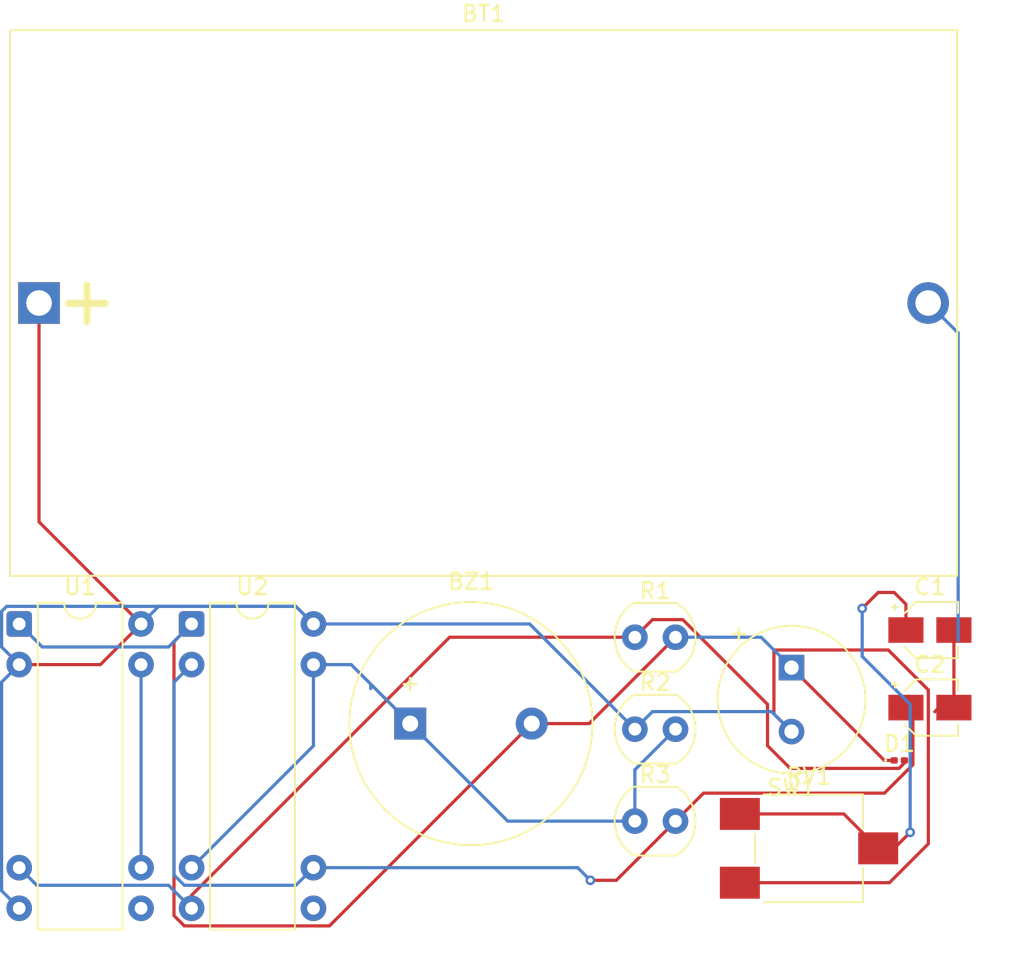
<source format=kicad_pcb>
(kicad_pcb (version 20241229) (generator "pcbnew") (generator_version "9.0")
  (layers (0 "F.Cu" signal) (2 "B.Cu" signal) (13 "F.Paste" user) (15 "B.Paste" user) (5 "F.SilkS" user "F.Silkscreen") (7 "B.SilkS" user "B.Silkscreen") (1 "F.Mask" user) (3 "B.Mask" user) (25 "Edge.Cuts" user))
  (net 0 "")
  (net 1 "GND")
  (net 2 "Net-(BT1-+)")
  (net 3 "Net-(BZ1-+)")
  (net 4 "Net-(U1-DIS)")
  (net 5 "Net-(U2-THR)")
  (net 6 "Net-(D1-A)")
  (footprint "Package_DIP:DIP-8-16_W7.62mm" (layer "F.Cu") (at 132.065 107.97)
    (property "Reference" "U2" (at 3.81 -2.33 0) (layer "F.SilkS"))
    (property "Value" "NE555P")
    (fp_line (start 1.16 -1.33) (end 1.16 19.11) (stroke (width 0.12)) (layer "F.SilkS"))
    (fp_line (start 1.16 19.11) (end 6.46 19.11) (stroke (width 0.12)) (layer "F.SilkS"))
    (fp_line (start 2.81 -1.33) (end 1.16 -1.33) (stroke (width 0.12)) (layer "F.SilkS"))
    (fp_line (start 6.46 -1.33) (end 4.81 -1.33) (stroke (width 0.12)) (layer "F.SilkS"))
    (fp_line (start 6.46 19.11) (end 6.46 -1.33) (stroke (width 0.12)) (layer "F.SilkS"))
    (fp_arc (start 4.81 -1.33) (mid 3.81 -0.33) (end 2.81 -1.33) (stroke (width 0.12)) (layer "F.SilkS"))
    (pad "1" thru_hole roundrect (at 0 0) (size 1.6 1.6) (drill 0.8) (layers "*.Cu" "*.Mask") (roundrect_rratio 0.15625) (net 1 "GND"))
    (pad "2" thru_hole circle (at 0 2.54) (size 1.6 1.6) (drill 0.8) (layers "*.Cu" "*.Mask") (net 5 "Net-(U2-THR)"))
    (pad "3" thru_hole circle (at 0 15.24) (size 1.6 1.6) (drill 0.8) (layers "*.Cu" "*.Mask") (net 3 "Net-(BZ1-+)"))
    (pad "4" thru_hole circle (at 0 17.78) (size 1.6 1.6) (drill 0.8) (layers "*.Cu" "*.Mask") (net 6 "Net-(D1-A)"))
    (pad "5" thru_hole circle (at 7.62 17.78) (size 1.6 1.6) (drill 0.8) (layers "*.Cu" "*.Mask"))
    (pad "6" thru_hole circle (at 7.62 15.24) (size 1.6 1.6) (drill 0.8) (layers "*.Cu" "*.Mask") (net 5 "Net-(U2-THR)"))
    (pad "7" thru_hole circle (at 7.62 2.54) (size 1.6 1.6) (drill 0.8) (layers "*.Cu" "*.Mask") (net 3 "Net-(BZ1-+)"))
    (pad "8" thru_hole circle (at 7.62 0) (size 1.6 1.6) (drill 0.8) (layers "*.Cu" "*.Mask") (net 2 "Net-(BT1-+)"))
  )
  (footprint "OptoDevice:R_LDR_4.9x4.2mm_P2.54mm_Vertical" (layer "F.Cu") (at 159.785 108.8)
    (property "Reference" "R1" (at 1.27 -2.9 0) (layer "F.SilkS"))
    (property "Value" "R_Small")
    (fp_line (start -0.05 -2.15) (end 2.6 -2.15) (stroke (width 0.12)) (layer "F.SilkS"))
    (fp_line (start -0.05 2.15) (end 2.6 2.15) (stroke (width 0.12)) (layer "F.SilkS"))
    (fp_arc (start -0.05 2.15) (mid -1.262424 0.01494) (end -0.075476 -2.134388) (stroke (width 0.12)) (layer "F.SilkS"))
    (fp_arc (start 2.6 -2.15) (mid 3.788646 -0.016616) (end 2.628027 2.132145) (stroke (width 0.12)) (layer "F.SilkS"))
    (pad "1" thru_hole circle (at 0 0) (size 1.6 1.6) (drill 0.8) (layers "*.Cu" "*.Mask") (net 6 "Net-(D1-A)"))
    (pad "2" thru_hole circle (at 2.54 0) (size 1.6 1.6) (drill 0.8) (layers "*.Cu" "*.Mask") (net 1 "GND"))
  )
  (footprint "Battery:BatteryHolder_Bulgin_BX0036_1xC" (layer "F.Cu") (at 122.525 87.9)
    (property "Reference" "BT1" (at 27.8 -18.1 0) (layer "F.SilkS"))
    (property "Value" "Battery")
    (fp_line (start -1.81 -17.06) (end -1.81 17.06) (stroke (width 0.12)) (layer "F.SilkS"))
    (fp_line (start -1.81 -17.06) (end 57.41 -17.06) (stroke (width 0.12)) (layer "F.SilkS"))
    (fp_line (start -1.81 17.06) (end 57.41 17.06) (stroke (width 0.12)) (layer "F.SilkS"))
    (fp_line (start 57.41 -17.06) (end 57.41 17.06) (stroke (width 0.12)) (layer "F.SilkS"))
    (fp_text user "+" (at 3 -0.2 0) (layer "F.SilkS") (effects (font (size 3 3) (thickness 0.45))))
    (pad "" np_thru_hole circle (at 11.9 0) (size 3.8 3.8) (drill 3.8) (layers "*.Cu" "*.Mask"))
    (pad "" np_thru_hole circle (at 43.7 0) (size 3.8 3.8) (drill 3.8) (layers "*.Cu" "*.Mask"))
    (pad "1" thru_hole rect (at 0 0) (size 2.6 2.6) (drill 1.6) (layers "*.Cu" "*.Mask") (net 2 "Net-(BT1-+)"))
    (pad "2" thru_hole circle (at 55.6 0) (size 2.6 2.6) (drill 1.6) (layers "*.Cu" "*.Mask") (net 1 "GND"))
  )
  (footprint "OptoDevice:R_LDR_4.9x4.2mm_P2.54mm_Vertical" (layer "F.Cu") (at 159.785 114.55)
    (property "Reference" "R2" (at 1.27 -2.9 0) (layer "F.SilkS"))
    (property "Value" "R_Small")
    (fp_line (start -0.05 -2.15) (end 2.6 -2.15) (stroke (width 0.12)) (layer "F.SilkS"))
    (fp_line (start -0.05 2.15) (end 2.6 2.15) (stroke (width 0.12)) (layer "F.SilkS"))
    (fp_arc (start -0.05 2.15) (mid -1.262424 0.01494) (end -0.075476 -2.134388) (stroke (width 0.12)) (layer "F.SilkS"))
    (fp_arc (start 2.6 -2.15) (mid 3.788646 -0.016616) (end 2.628027 2.132145) (stroke (width 0.12)) (layer "F.SilkS"))
    (pad "1" thru_hole circle (at 0 0) (size 1.6 1.6) (drill 0.8) (layers "*.Cu" "*.Mask") (net 2 "Net-(BT1-+)"))
    (pad "2" thru_hole circle (at 2.54 0) (size 1.6 1.6) (drill 0.8) (layers "*.Cu" "*.Mask") (net 3 "Net-(BZ1-+)"))
  )
  (footprint "LED_SMD:LED_0201_0603Metric" (layer "F.Cu") (at 176.32 116.5)
    (property "Reference" "D1" (at 0 -1.05 0) (layer "F.SilkS"))
    (property "Value" "LED")
    (fp_circle (center -0.86 0) (end -0.81 0) (stroke (width 0.1)) (fill no) (layer "F.SilkS"))
    (pad "1" smd roundrect (at -0.32 0) (size 0.46 0.4) (layers "F.Cu" "F.Mask") (net 1 "GND"))
    (pad "2" smd roundrect (at 0.32 0) (size 0.46 0.4) (layers "F.Cu" "F.Mask") (net 6 "Net-(D1-A)"))
  )
  (footprint "Buzzer_Beeper:Buzzer_15x7.5RM7.6" (layer "F.Cu") (at 145.735 114.2)
    (property "Reference" "BZ1" (at 3.81 -8.89 0) (layer "F.SilkS"))
    (property "Value" "Buzzer")
    (fp_circle (center 3.8 0) (end 11.4 0) (stroke (width 0.12)) (fill no) (layer "F.SilkS"))
    (fp_text user "+" (at -0.01 -2.54 0) (layer "F.SilkS"))
    (pad "1" thru_hole rect (at 0 0) (size 2 2) (drill 1) (layers "*.Cu" "*.Mask") (net 3 "Net-(BZ1-+)"))
    (pad "2" thru_hole circle (at 7.6 0) (size 2 2) (drill 1) (layers "*.Cu" "*.Mask") (net 1 "GND"))
  )
  (footprint "Potentiometer_SMD:Potentiometer_ACP_CA6-VSMD_Vertical" (layer "F.Cu") (at 170.675 122)
    (property "Reference" "RV1" (at 0 -4.5 0) (layer "F.SilkS"))
    (property "Value" "R_Potentiometer")
    (fp_line (start -3.37 -0.909) (end -3.37 0.91) (stroke (width 0.12)) (layer "F.SilkS"))
    (fp_line (start -2.834 -3.371) (end 3.37 -3.371) (stroke (width 0.12)) (layer "F.SilkS"))
    (fp_line (start -2.834 3.37) (end 3.37 3.37) (stroke (width 0.12)) (layer "F.SilkS"))
    (fp_line (start 3.37 -3.371) (end 3.37 -1.24) (stroke (width 0.12)) (layer "F.SilkS"))
    (fp_line (start 3.37 1.24) (end 3.37 3.37) (stroke (width 0.12)) (layer "F.SilkS"))
    (pad "1" smd rect (at -4.325 2.15) (size 2.5 2) (layers "F.Cu" "F.Mask" "F.Paste") (net 2 "Net-(BT1-+)"))
    (pad "2" smd rect (at 4.325 0) (size 2.5 2) (layers "F.Cu" "F.Mask" "F.Paste") (net 4 "Net-(U1-DIS)"))
    (pad "3" smd rect (at -4.325 -2.15) (size 2.5 2) (layers "F.Cu" "F.Mask" "F.Paste") (net 4 "Net-(U1-DIS)"))
  )
  (footprint "Capacitor_SMD:CP_Elec_3x5.3" (layer "F.Cu") (at 178.235 108.35)
    (property "Reference" "C1" (at 0 -2.7 0) (layer "F.SilkS"))
    (property "Value" "C_Polarized_US")
    (fp_line (start -2.375 -1.435) (end -2 -1.435) (stroke (width 0.12)) (layer "F.SilkS"))
    (fp_line (start -2.1875 -1.6225) (end -2.1875 -1.2475) (stroke (width 0.12)) (layer "F.SilkS"))
    (fp_line (start -1.570563 -1.06) (end -0.870563 -1.76) (stroke (width 0.12)) (layer "F.SilkS"))
    (fp_line (start -1.570563 1.06) (end -0.870563 1.76) (stroke (width 0.12)) (layer "F.SilkS"))
    (fp_line (start -0.870563 -1.76) (end 1.76 -1.76) (stroke (width 0.12)) (layer "F.SilkS"))
    (fp_line (start -0.870563 1.76) (end 1.76 1.76) (stroke (width 0.12)) (layer "F.SilkS"))
    (fp_line (start 1.76 -1.76) (end 1.76 -1.06) (stroke (width 0.12)) (layer "F.SilkS"))
    (fp_line (start 1.76 1.76) (end 1.76 1.06) (stroke (width 0.12)) (layer "F.SilkS"))
    (pad "1" smd rect (at -1.5 0) (size 2.2 1.6) (layers "F.Cu" "F.Mask" "F.Paste") (net 4 "Net-(U1-DIS)"))
    (pad "2" smd rect (at 1.5 0) (size 2.2 1.6) (layers "F.Cu" "F.Mask" "F.Paste") (net 1 "GND"))
  )
  (footprint "Buzzer_Beeper:MagneticBuzzer_CUI_CST-931RP-A" (layer "F.Cu") (at 169.580723 110.7)
    (property "Reference" "SW1" (at 0 7.5 0) (layer "F.SilkS"))
    (property "Value" "SW_Push")
    (fp_circle (center 0 2) (end 4.62 2) (stroke (width 0.12)) (fill no) (layer "F.SilkS"))
    (fp_text user "+" (at -3.3 -2.18 0) (layer "F.SilkS"))
    (pad "1" thru_hole rect (at 0 0) (size 1.6 1.6) (drill 0.9) (layers "*.Cu" "*.Mask") (net 1 "GND"))
    (pad "2" thru_hole circle (at 0 4) (size 1.6 1.6) (drill 0.9) (layers "*.Cu" "*.Mask") (net 2 "Net-(BT1-+)"))
  )
  (footprint "Capacitor_SMD:CP_Elec_3x5.3" (layer "F.Cu") (at 178.235 113.2)
    (property "Reference" "C2" (at 0 -2.7 0) (layer "F.SilkS"))
    (property "Value" "C_Polarized_US")
    (fp_line (start -2.375 -1.435) (end -2 -1.435) (stroke (width 0.12)) (layer "F.SilkS"))
    (fp_line (start -2.1875 -1.6225) (end -2.1875 -1.2475) (stroke (width 0.12)) (layer "F.SilkS"))
    (fp_line (start -1.570563 -1.06) (end -0.870563 -1.76) (stroke (width 0.12)) (layer "F.SilkS"))
    (fp_line (start -1.570563 1.06) (end -0.870563 1.76) (stroke (width 0.12)) (layer "F.SilkS"))
    (fp_line (start -0.870563 -1.76) (end 1.76 -1.76) (stroke (width 0.12)) (layer "F.SilkS"))
    (fp_line (start -0.870563 1.76) (end 1.76 1.76) (stroke (width 0.12)) (layer "F.SilkS"))
    (fp_line (start 1.76 -1.76) (end 1.76 -1.06) (stroke (width 0.12)) (layer "F.SilkS"))
    (fp_line (start 1.76 1.76) (end 1.76 1.06) (stroke (width 0.12)) (layer "F.SilkS"))
    (pad "1" smd rect (at -1.5 0) (size 2.2 1.6) (layers "F.Cu" "F.Mask" "F.Paste") (net 5 "Net-(U2-THR)"))
    (pad "2" smd rect (at 1.5 0) (size 2.2 1.6) (layers "F.Cu" "F.Mask" "F.Paste") (net 1 "GND"))
  )
  (footprint "OptoDevice:R_LDR_4.9x4.2mm_P2.54mm_Vertical" (layer "F.Cu") (at 159.785 120.3)
    (property "Reference" "R3" (at 1.27 -2.9 0) (layer "F.SilkS"))
    (property "Value" "R_Small")
    (fp_line (start -0.05 -2.15) (end 2.6 -2.15) (stroke (width 0.12)) (layer "F.SilkS"))
    (fp_line (start -0.05 2.15) (end 2.6 2.15) (stroke (width 0.12)) (layer "F.SilkS"))
    (fp_arc (start -0.05 2.15) (mid -1.262424 0.01494) (end -0.075476 -2.134388) (stroke (width 0.12)) (layer "F.SilkS"))
    (fp_arc (start 2.6 -2.15) (mid 3.788646 -0.016616) (end 2.628027 2.132145) (stroke (width 0.12)) (layer "F.SilkS"))
    (pad "1" thru_hole circle (at 0 0) (size 1.6 1.6) (drill 0.8) (layers "*.Cu" "*.Mask") (net 3 "Net-(BZ1-+)"))
    (pad "2" thru_hole circle (at 2.54 0) (size 1.6 1.6) (drill 0.8) (layers "*.Cu" "*.Mask") (net 5 "Net-(U2-THR)"))
  )
  (footprint "Package_DIP:DIP-8-16_W7.62mm" (layer "F.Cu") (at 121.285 107.97)
    (property "Reference" "U1" (at 3.81 -2.33 0) (layer "F.SilkS"))
    (property "Value" "NE555P")
    (fp_line (start 1.16 -1.33) (end 1.16 19.11) (stroke (width 0.12)) (layer "F.SilkS"))
    (fp_line (start 1.16 19.11) (end 6.46 19.11) (stroke (width 0.12)) (layer "F.SilkS"))
    (fp_line (start 2.81 -1.33) (end 1.16 -1.33) (stroke (width 0.12)) (layer "F.SilkS"))
    (fp_line (start 6.46 -1.33) (end 4.81 -1.33) (stroke (width 0.12)) (layer "F.SilkS"))
    (fp_line (start 6.46 19.11) (end 6.46 -1.33) (stroke (width 0.12)) (layer "F.SilkS"))
    (fp_arc (start 4.81 -1.33) (mid 3.81 -0.33) (end 2.81 -1.33) (stroke (width 0.12)) (layer "F.SilkS"))
    (pad "1" thru_hole roundrect (at 0 0) (size 1.6 1.6) (drill 0.8) (layers "*.Cu" "*.Mask") (roundrect_rratio 0.15625) (net 1 "GND"))
    (pad "2" thru_hole circle (at 0 2.54) (size 1.6 1.6) (drill 0.8) (layers "*.Cu" "*.Mask") (net 2 "Net-(BT1-+)"))
    (pad "3" thru_hole circle (at 0 15.24) (size 1.6 1.6) (drill 0.8) (layers "*.Cu" "*.Mask") (net 6 "Net-(D1-A)"))
    (pad "4" thru_hole circle (at 0 17.78) (size 1.6 1.6) (drill 0.8) (layers "*.Cu" "*.Mask") (net 2 "Net-(BT1-+)"))
    (pad "5" thru_hole circle (at 7.62 17.78) (size 1.6 1.6) (drill 0.8) (layers "*.Cu" "*.Mask"))
    (pad "6" thru_hole circle (at 7.62 15.24) (size 1.6 1.6) (drill 0.8) (layers "*.Cu" "*.Mask") (net 4 "Net-(U1-DIS)"))
    (pad "7" thru_hole circle (at 7.62 2.54) (size 1.6 1.6) (drill 0.8) (layers "*.Cu" "*.Mask") (net 4 "Net-(U1-DIS)"))
    (pad "8" thru_hole circle (at 7.62 0) (size 1.6 1.6) (drill 0.8) (layers "*.Cu" "*.Mask") (net 2 "Net-(BT1-+)"))
  )
  (segment (start 130.964 109.071) (end 132.065 107.97) (width 0.2) (layer "F.Cu") (net 1))
  (segment (start 175.380723 116.5) (end 169.580723 110.7) (width 0.2) (layer "F.Cu") (net 1))
  (segment (start 130.964 126.20605) (end 130.964 109.071) (width 0.2) (layer "F.Cu") (net 1))
  (segment (start 131.60895 126.851) (end 130.964 126.20605) (width 0.2) (layer "F.Cu") (net 1))
  (segment (start 179.735 113.2) (end 179.535 113) (width 0.2) (layer "F.Cu") (net 1))
  (segment (start 156.925 114.2) (end 153.335 114.2) (width 0.2) (layer "F.Cu") (net 1))
  (segment (start 179.735 108.35) (end 179.735 113.2) (width 0.2) (layer "F.Cu") (net 1))
  (segment (start 162.325 108.8) (end 156.925 114.2) (width 0.2) (layer "F.Cu") (net 1))
  (segment (start 178.8 113.2) (end 178.537 113.463) (width 0.2) (layer "F.Cu") (net 1))
  (segment (start 140.684 126.851) (end 131.60895 126.851) (width 0.2) (layer "F.Cu") (net 1))
  (segment (start 176 116.5) (end 175.380723 116.5) (width 0.2) (layer "F.Cu") (net 1))
  (segment (start 153.335 114.2) (end 140.684 126.851) (width 0.2) (layer "F.Cu") (net 1))
  (segment (start 179.735 113.2) (end 178.8 113.2) (width 0.2) (layer "F.Cu") (net 1))
  (segment (start 162.325 108.8) (end 167.680723 108.8) (width 0.2) (layer "B.Cu") (net 1))
  (segment (start 122.724 109.409) (end 130.626 109.409) (width 0.2) (layer "B.Cu") (net 1))
  (segment (start 121.285 107.97) (end 122.724 109.409) (width 0.2) (layer "B.Cu") (net 1))
  (segment (start 167.680723 108.8) (end 169.580723 110.7) (width 0.2) (layer "B.Cu") (net 1))
  (segment (start 178.125 87.9) (end 180 89.775) (width 0.2) (layer "B.Cu") (net 1))
  (segment (start 130.626 109.409) (end 132.065 107.97) (width 0.2) (layer "B.Cu") (net 1))
  (segment (start 180 89.775) (end 180 109) (width 0.2) (layer "B.Cu") (net 1))
  (segment (start 178.136 112.099) (end 175.636 109.599) (width 0.2) (layer "F.Cu") (net 2))
  (segment (start 178.136 121.716) (end 178.136 112.099) (width 0.2) (layer "F.Cu") (net 2))
  (segment (start 168.479723 109.599) (end 168.479723 113.599) (width 0.2) (layer "F.Cu") (net 2))
  (segment (start 122.525 101.59) (end 128.905 107.97) (width 0.2) (layer "F.Cu") (net 2))
  (segment (start 168.479723 113.599) (end 169.580723 114.7) (width 0.2) (layer "F.Cu") (net 2))
  (segment (start 175.636 109.599) (end 168.479723 109.599) (width 0.2) (layer "F.Cu") (net 2))
  (segment (start 126.365 110.51) (end 128.905 107.97) (width 0.2) (layer "F.Cu") (net 2))
  (segment (start 166.35 124.15) (end 175.702 124.15) (width 0.2) (layer "F.Cu") (net 2))
  (segment (start 122.525 87.9) (end 122.525 101.59) (width 0.2) (layer "F.Cu") (net 2))
  (segment (start 175.702 124.15) (end 178.136 121.716) (width 0.2) (layer "F.Cu") (net 2))
  (segment (start 121.285 110.51) (end 126.365 110.51) (width 0.2) (layer "F.Cu") (net 2))
  (segment (start 120.184 109.409) (end 120.184 107.18484) (width 0.2) (layer "B.Cu") (net 2))
  (segment (start 121.285 110.51) (end 120.184 109.409) (width 0.2) (layer "B.Cu") (net 2))
  (segment (start 159.785 114.55) (end 160.886 113.449) (width 0.2) (layer "B.Cu") (net 2))
  (segment (start 153.205 107.97) (end 159.785 114.55) (width 0.2) (layer "B.Cu") (net 2))
  (segment (start 120.184 111.611) (end 120.184 124.649) (width 0.2) (layer "B.Cu") (net 2))
  (segment (start 121.285 110.51) (end 120.184 111.611) (width 0.2) (layer "B.Cu") (net 2))
  (segment (start 120.184 107.18484) (end 120.49984 106.869) (width 0.2) (layer "B.Cu") (net 2))
  (segment (start 120.49984 106.869) (end 138.584 106.869) (width 0.2) (layer "B.Cu") (net 2))
  (segment (start 130.006 106.869) (end 138.584 106.869) (width 0.2) (layer "B.Cu") (net 2))
  (segment (start 160.886 113.449) (end 168.329723 113.449) (width 0.2) (layer "B.Cu") (net 2))
  (segment (start 128.935 108) (end 129 108) (width 0.2) (layer "B.Cu") (net 2))
  (segment (start 128.905 107.97) (end 128.935 108) (width 0.2) (layer "B.Cu") (net 2))
  (segment (start 120.184 124.649) (end 121.285 125.75) (width 0.2) (layer "B.Cu") (net 2))
  (segment (start 168.329723 113.449) (end 169.580723 114.7) (width 0.2) (layer "B.Cu") (net 2))
  (segment (start 139.685 107.97) (end 153.205 107.97) (width 0.2) (layer "B.Cu") (net 2))
  (segment (start 128.905 107.97) (end 130.006 106.869) (width 0.2) (layer "B.Cu") (net 2))
  (segment (start 138.584 106.869) (end 139.685 107.97) (width 0.2) (layer "B.Cu") (net 2))
  (segment (start 143.2675 111.7325) (end 145.735 114.2) (width 0.2) (layer "B.Cu") (net 3))
  (segment (start 145.735 114.2) (end 151.835 120.3) (width 0.2) (layer "B.Cu") (net 3))
  (segment (start 139.685 115.59) (end 132.065 123.21) (width 0.2) (layer "B.Cu") (net 3))
  (segment (start 151.835 120.3) (end 159.785 120.3) (width 0.2) (layer "B.Cu") (net 3))
  (segment (start 143.2675 112.0075) (end 143.2675 111.7325) (width 0.2) (layer "B.Cu") (net 3))
  (segment (start 159.785 120.3) (end 159.785 117.09) (width 0.2) (layer "B.Cu") (net 3))
  (segment (start 142.045 110.51) (end 143.2675 111.7325) (width 0.2) (layer "B.Cu") (net 3))
  (segment (start 139.685 110.51) (end 142.045 110.51) (width 0.2) (layer "B.Cu") (net 3))
  (segment (start 139.685 110.51) (end 139.685 115.59) (width 0.2) (layer "B.Cu") (net 3))
  (segment (start 159.785 117.09) (end 162.325 114.55) (width 0.2) (layer "B.Cu") (net 3))
  (segment (start 175 106) (end 176 106) (width 0.2) (layer "F.Cu") (net 4))
  (segment (start 176 106) (end 176.735 106.735) (width 0.2) (layer "F.Cu") (net 4))
  (segment (start 176.735 108.35) (end 176.735 108.735) (width 0.2) (layer "F.Cu") (net 4))
  (segment (start 172.85 119.85) (end 175 122) (width 0.2) (layer "F.Cu") (net 4))
  (segment (start 174 107) (end 175 106) (width 0.2) (layer "F.Cu") (net 4))
  (segment (start 176 122) (end 177 121) (width 0.2) (layer "F.Cu") (net 4))
  (segment (start 175 122) (end 176 122) (width 0.2) (layer "F.Cu") (net 4))
  (segment (start 166.35 119.85) (end 172.85 119.85) (width 0.2) (layer "F.Cu") (net 4))
  (segment (start 176.735 106.735) (end 176.735 108.35) (width 0.2) (layer "F.Cu") (net 4))
  (via (at 177 121) (size 0.6) (drill 0.3) (layers "F.Cu" "B.Cu") (net 4))
  (via (at 174 107) (size 0.6) (drill 0.3) (layers "F.Cu" "B.Cu") (net 4))
  (segment (start 174 108) (end 174 107) (width 0.2) (layer "B.Cu") (net 4))
  (segment (start 177 121) (end 177 113) (width 0.2) (layer "B.Cu") (net 4))
  (segment (start 177 113) (end 174 110) (width 0.2) (layer "B.Cu") (net 4))
  (segment (start 174 110) (end 174 108) (width 0.2) (layer "B.Cu") (net 4))
  (segment (start 128.905 123.21) (end 128.905 110.51) (width 0.2) (layer "B.Cu") (net 4))
  (segment (start 162.325 120.3) (end 158.625 124) (width 0.2) (layer "F.Cu") (net 5))
  (segment (start 175.39087 118.549) (end 164.076 118.549) (width 0.2) (layer "F.Cu") (net 5))
  (segment (start 164.076 118.549) (end 162.325 120.3) (width 0.2) (layer "F.Cu") (net 5))
  (segment (start 177.171 113.636) (end 177.171 116.76887) (width 0.2) (layer "F.Cu") (net 5))
  (segment (start 177.171 116.76887) (end 175.39087 118.549) (width 0.2) (layer "F.Cu") (net 5))
  (segment (start 158.625 124) (end 157 124) (width 0.2) (layer "F.Cu") (net 5))
  (segment (start 176.735 113.2) (end 177.171 113.636) (width 0.2) (layer "F.Cu") (net 5))
  (via (at 157 124) (size 0.6) (drill 0.3) (layers "F.Cu" "B.Cu") (net 5))
  (segment (start 130.964 111.611) (end 130.964 123.66605) (width 0.2) (layer "B.Cu") (net 5))
  (segment (start 132.065 110.51) (end 130.964 111.611) (width 0.2) (layer "B.Cu") (net 5))
  (segment (start 156.21 123.21) (end 139.685 123.21) (width 0.2) (layer "B.Cu") (net 5))
  (segment (start 138.584 124.311) (end 139.685 123.21) (width 0.2) (layer "B.Cu") (net 5))
  (segment (start 131.60895 124.311) (end 138.584 124.311) (width 0.2) (layer "B.Cu") (net 5))
  (segment (start 157 124) (end 156.21 123.21) (width 0.2) (layer "B.Cu") (net 5))
  (segment (start 130.964 123.66605) (end 131.60895 124.311) (width 0.2) (layer "B.Cu") (net 5))
  (segment (start 132.065 124.935) (end 132.065 125.75) (width 0.2) (layer "F.Cu") (net 6))
  (segment (start 162.78105 107.699) (end 168.078723 112.996673) (width 0.2) (layer "F.Cu") (net 6))
  (segment (start 160.886 107.699) (end 162.78105 107.699) (width 0.2) (layer "F.Cu") (net 6))
  (segment (start 168.078723 112.996673) (end 168.078723 115.580662) (width 0.2) (layer "F.Cu") (net 6))
  (segment (start 176.64 116.65987) (end 176.29887 117.001) (width 0.2) (layer "F.Cu") (net 6))
  (segment (start 148.2 108.8) (end 132.065 124.935) (width 0.2) (layer "F.Cu") (net 6))
  (segment (start 168.078723 115.580662) (end 169.499061 117.001) (width 0.2) (layer "F.Cu") (net 6))
  (segment (start 176.64 116.5) (end 176.64 116.65987) (width 0.2) (layer "F.Cu") (net 6))
  (segment (start 159.785 108.8) (end 160.886 107.699) (width 0.2) (layer "F.Cu") (net 6))
  (segment (start 159.785 108.8) (end 148.2 108.8) (width 0.2) (layer "F.Cu") (net 6))
  (segment (start 176.29887 117.001) (end 169.499061 117.001) (width 0.2) (layer "F.Cu") (net 6))
  (segment (start 122.386 124.311) (end 130.626 124.311) (width 0.2) (layer "B.Cu") (net 6))
  (segment (start 130.626 124.311) (end 132.065 125.75) (width 0.2) (layer "B.Cu") (net 6))
  (segment (start 121.285 123.21) (end 122.386 124.311) (width 0.2) (layer "B.Cu") (net 6))
)
</source>
